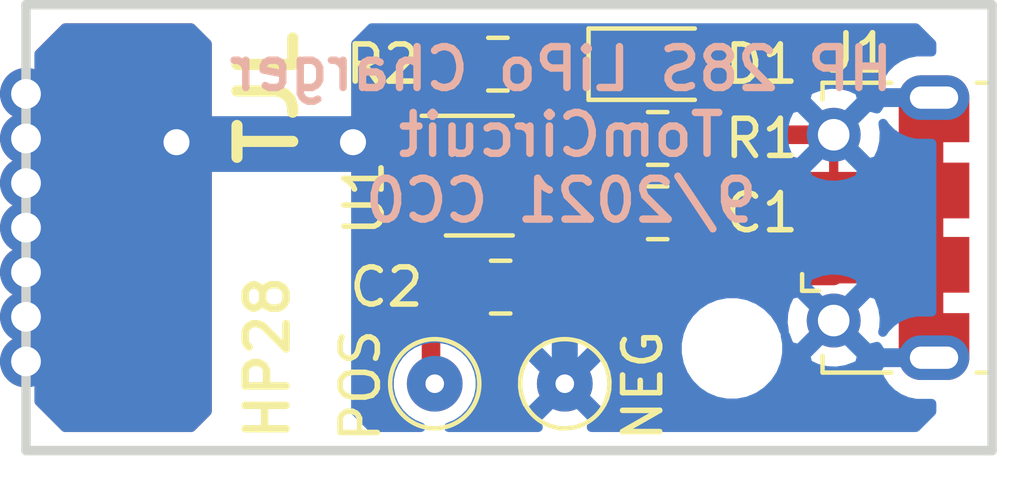
<source format=kicad_pcb>
(kicad_pcb (version 20171130) (host pcbnew "(5.1.9)-1")

  (general
    (thickness 1.6)
    (drawings 12)
    (tracks 54)
    (zones 0)
    (modules 11)
    (nets 8)
  )

  (page A4)
  (title_block
    (title "TI-58/59 LiPo Battery Pack")
    (date 2020-12-27)
    (rev 1)
    (company tomcircuit@gmail.com)
    (comment 1 "CC PD")
  )

  (layers
    (0 F.Cu signal)
    (31 B.Cu signal)
    (32 B.Adhes user hide)
    (33 F.Adhes user hide)
    (34 B.Paste user hide)
    (35 F.Paste user hide)
    (36 B.SilkS user hide)
    (37 F.SilkS user)
    (38 B.Mask user hide)
    (39 F.Mask user hide)
    (40 Dwgs.User user)
    (41 Cmts.User user hide)
    (42 Eco1.User user hide)
    (43 Eco2.User user hide)
    (44 Edge.Cuts user)
    (45 Margin user)
    (46 B.CrtYd user hide)
    (47 F.CrtYd user hide)
    (48 B.Fab user hide)
    (49 F.Fab user hide)
  )

  (setup
    (last_trace_width 0.35)
    (user_trace_width 0.35)
    (user_trace_width 0.5)
    (user_trace_width 0.7)
    (user_trace_width 1)
    (user_trace_width 1.25)
    (user_trace_width 1.5)
    (user_trace_width 2)
    (trace_clearance 0.2)
    (zone_clearance 0.1)
    (zone_45_only no)
    (trace_min 0.2)
    (via_size 0.8)
    (via_drill 0.4)
    (via_min_size 0.55)
    (via_min_drill 0.3)
    (user_via 1 0.5)
    (user_via 1.4 0.7)
    (user_via 2 1)
    (uvia_size 0.55)
    (uvia_drill 0.3)
    (uvias_allowed no)
    (uvia_min_size 0.55)
    (uvia_min_drill 0.3)
    (edge_width 0.05)
    (segment_width 0.2)
    (pcb_text_width 0.3)
    (pcb_text_size 1.5 1.5)
    (mod_edge_width 0.12)
    (mod_text_size 1 1)
    (mod_text_width 0.15)
    (pad_size 1.5 1.5)
    (pad_drill 0.5)
    (pad_to_mask_clearance 0.05)
    (aux_axis_origin 0 0)
    (grid_origin 150 78)
    (visible_elements 7FFFFFFF)
    (pcbplotparams
      (layerselection 0x010fc_ffffffff)
      (usegerberextensions false)
      (usegerberattributes true)
      (usegerberadvancedattributes true)
      (creategerberjobfile true)
      (excludeedgelayer true)
      (linewidth 0.100000)
      (plotframeref false)
      (viasonmask false)
      (mode 1)
      (useauxorigin false)
      (hpglpennumber 1)
      (hpglpenspeed 20)
      (hpglpendiameter 15.000000)
      (psnegative false)
      (psa4output false)
      (plotreference true)
      (plotvalue true)
      (plotinvisibletext false)
      (padsonsilk false)
      (subtractmaskfromsilk false)
      (outputformat 1)
      (mirror false)
      (drillshape 1)
      (scaleselection 1)
      (outputdirectory ""))
  )

  (net 0 "")
  (net 1 GND)
  (net 2 "Net-(D1-Pad1)")
  (net 3 "Net-(J1-Pad2)")
  (net 4 "Net-(R1-Pad1)")
  (net 5 "Net-(R2-Pad1)")
  (net 6 /VUSB)
  (net 7 /POS)

  (net_class Default "This is the default net class."
    (clearance 0.2)
    (trace_width 0.25)
    (via_dia 0.8)
    (via_drill 0.4)
    (uvia_dia 0.55)
    (uvia_drill 0.3)
    (add_net /POS)
    (add_net /VUSB)
    (add_net GND)
    (add_net "Net-(D1-Pad1)")
    (add_net "Net-(J1-Pad2)")
    (add_net "Net-(R1-Pad1)")
    (add_net "Net-(R2-Pad1)")
  )

  (module TestPoint:TestPoint_THTPad_D2.0mm_Drill1.0mm (layer F.Cu) (tedit 6154B370) (tstamp 61552E39)
    (at 148 82.2)
    (descr "THT pad as test Point, diameter 2.0mm, hole diameter 1.0mm")
    (tags "test point THT pad")
    (path /61555C90)
    (attr virtual)
    (fp_text reference TP2 (at -2.6 0.8) (layer F.SilkS) hide
      (effects (font (size 1 1) (thickness 0.15)))
    )
    (fp_text value POS (at 0 1.75) (layer F.Fab)
      (effects (font (size 1 1) (thickness 0.15)))
    )
    (fp_text user %R (at 0 -1.65) (layer F.Fab)
      (effects (font (size 1 1) (thickness 0.15)))
    )
    (fp_circle (center 0 0) (end 1.5 0) (layer F.CrtYd) (width 0.05))
    (fp_circle (center 0 0) (end 0 1.2) (layer F.SilkS) (width 0.12))
    (fp_text user POS (at -2 0.05 90) (layer F.SilkS)
      (effects (font (size 1 1) (thickness 0.15)))
    )
    (pad 1 thru_hole circle (at 0 0) (size 1.5 1.5) (drill 0.5) (layers *.Cu *.Mask)
      (net 7 /POS))
  )

  (module Resistor_SMD:R_0805_2012Metric_Pad1.15x1.40mm_HandSolder (layer F.Cu) (tedit 5B36C52B) (tstamp 6154F5CB)
    (at 149.7 73.6)
    (descr "Resistor SMD 0805 (2012 Metric), square (rectangular) end terminal, IPC_7351 nominal with elongated pad for handsoldering. (Body size source: https://docs.google.com/spreadsheets/d/1BsfQQcO9C6DZCsRaXUlFlo91Tg2WpOkGARC1WS5S8t0/edit?usp=sharing), generated with kicad-footprint-generator")
    (tags "resistor handsolder")
    (path /5FA33B5B)
    (attr smd)
    (fp_text reference R2 (at -3.1 0) (layer F.SilkS)
      (effects (font (size 1 1) (thickness 0.15)))
    )
    (fp_text value 470 (at 0 1.65 180) (layer F.Fab)
      (effects (font (size 0.8 0.8) (thickness 0.1)))
    )
    (fp_line (start 1.85 0.95) (end -1.85 0.95) (layer F.CrtYd) (width 0.05))
    (fp_line (start 1.85 -0.95) (end 1.85 0.95) (layer F.CrtYd) (width 0.05))
    (fp_line (start -1.85 -0.95) (end 1.85 -0.95) (layer F.CrtYd) (width 0.05))
    (fp_line (start -1.85 0.95) (end -1.85 -0.95) (layer F.CrtYd) (width 0.05))
    (fp_line (start -0.261252 0.71) (end 0.261252 0.71) (layer F.SilkS) (width 0.12))
    (fp_line (start -0.261252 -0.71) (end 0.261252 -0.71) (layer F.SilkS) (width 0.12))
    (fp_line (start 1 0.6) (end -1 0.6) (layer F.Fab) (width 0.1))
    (fp_line (start 1 -0.6) (end 1 0.6) (layer F.Fab) (width 0.1))
    (fp_line (start -1 -0.6) (end 1 -0.6) (layer F.Fab) (width 0.1))
    (fp_line (start -1 0.6) (end -1 -0.6) (layer F.Fab) (width 0.1))
    (fp_text user %R (at 0 0 180) (layer F.Fab)
      (effects (font (size 0.8 0.8) (thickness 0.1)))
    )
    (pad 2 smd roundrect (at 1.025 0) (size 1.15 1.4) (layers F.Cu F.Paste F.Mask) (roundrect_rratio 0.217391)
      (net 2 "Net-(D1-Pad1)"))
    (pad 1 smd roundrect (at -1.025 0) (size 1.15 1.4) (layers F.Cu F.Paste F.Mask) (roundrect_rratio 0.217391)
      (net 5 "Net-(R2-Pad1)"))
    (model ${KISYS3DMOD}/Resistor_SMD.3dshapes/R_0805_2012Metric.wrl
      (at (xyz 0 0 0))
      (scale (xyz 1 1 1))
      (rotate (xyz 0 0 0))
    )
  )

  (module Connector_USB:USB_Micro-B_Molex-105017-0001 (layer F.Cu) (tedit 5FCA4985) (tstamp 5FE16B3C)
    (at 160.2 78 90)
    (descr http://www.molex.com/pdm_docs/sd/1050170001_sd.pdf)
    (tags "Micro-USB SMD Typ-B")
    (path /5FA30285)
    (attr smd)
    (fp_text reference J1 (at 4.7 -0.8 180) (layer F.SilkS)
      (effects (font (size 1 1) (thickness 0.15)))
    )
    (fp_text value USB_B_Micro (at 0.25 4.5 270) (layer F.Fab)
      (effects (font (size 0.8 0.8) (thickness 0.1)))
    )
    (fp_line (start -4.4 3.64) (end 4.4 3.64) (layer F.CrtYd) (width 0.05))
    (fp_line (start 4.4 -2.46) (end 4.4 3.64) (layer F.CrtYd) (width 0.05))
    (fp_line (start -4.4 -2.46) (end 4.4 -2.46) (layer F.CrtYd) (width 0.05))
    (fp_line (start -4.4 3.64) (end -4.4 -2.46) (layer F.CrtYd) (width 0.05))
    (fp_line (start -3.9 -1.7625) (end -3.45 -1.7625) (layer F.SilkS) (width 0.12))
    (fp_line (start -3.9 0.0875) (end -3.9 -1.7625) (layer F.SilkS) (width 0.12))
    (fp_line (start 3.9 2.6375) (end 3.9 2.3875) (layer F.SilkS) (width 0.12))
    (fp_line (start 3.75 3.3875) (end 3.75 -1.6125) (layer F.Fab) (width 0.1))
    (fp_line (start -3 2.689204) (end 3 2.689204) (layer F.Fab) (width 0.1))
    (fp_line (start -3.75 3.389204) (end 3.75 3.389204) (layer F.Fab) (width 0.1))
    (fp_line (start -3.75 -1.6125) (end 3.75 -1.6125) (layer F.Fab) (width 0.1))
    (fp_line (start -3.75 3.3875) (end -3.75 -1.6125) (layer F.Fab) (width 0.1))
    (fp_line (start -3.9 2.6375) (end -3.9 2.3875) (layer F.SilkS) (width 0.12))
    (fp_line (start 3.9 0.0875) (end 3.9 -1.7625) (layer F.SilkS) (width 0.12))
    (fp_line (start 3.9 -1.7625) (end 3.45 -1.7625) (layer F.SilkS) (width 0.12))
    (fp_line (start -1.7 -2.3125) (end -1.25 -2.3125) (layer F.SilkS) (width 0.12))
    (fp_line (start -1.7 -2.3125) (end -1.7 -1.8625) (layer F.SilkS) (width 0.12))
    (fp_line (start -1.3 -1.7125) (end -1.5 -1.9125) (layer F.Fab) (width 0.1))
    (fp_line (start -1.1 -1.9125) (end -1.3 -1.7125) (layer F.Fab) (width 0.1))
    (fp_line (start -1.5 -2.1225) (end -1.1 -2.1225) (layer F.Fab) (width 0.1))
    (fp_line (start -1.5 -2.1225) (end -1.5 -1.9125) (layer F.Fab) (width 0.1))
    (fp_line (start -1.1 -2.1225) (end -1.1 -1.9125) (layer F.Fab) (width 0.1))
    (fp_text user "PCB Edge" (at 0 2.6875 270) (layer F.Fab)
      (effects (font (size 0.5 0.5) (thickness 0.08)))
    )
    (fp_text user %R (at 0 0.8875 270) (layer F.Fab)
      (effects (font (size 0.8 0.8) (thickness 0.1)))
    )
    (pad 6 smd rect (at 1 1.2375 90) (size 1.5 1.9) (layers F.Cu F.Paste F.Mask)
      (net 1 GND))
    (pad 6 thru_hole circle (at -2.5 -1.4625 90) (size 1.45 1.45) (drill 0.85) (layers *.Cu *.Mask)
      (net 1 GND))
    (pad 2 smd rect (at -0.65 -1.4625 90) (size 0.4 1.6) (layers F.Cu F.Paste F.Mask)
      (net 3 "Net-(J1-Pad2)"))
    (pad 1 smd rect (at -1.3 -1.4625 90) (size 0.4 1.6) (layers F.Cu F.Paste F.Mask)
      (net 6 /VUSB))
    (pad 5 smd rect (at 1.3 -1.4625 90) (size 0.4 1.6) (layers F.Cu F.Paste F.Mask)
      (net 1 GND))
    (pad 4 smd rect (at 0.65 -1.4625 90) (size 0.4 1.6) (layers F.Cu F.Paste F.Mask)
      (net 1 GND))
    (pad 3 smd rect (at 0 -1.4625 90) (size 0.4 1.6) (layers F.Cu F.Paste F.Mask)
      (net 3 "Net-(J1-Pad2)"))
    (pad 6 thru_hole circle (at 2.5 -1.4625 90) (size 1.45 1.45) (drill 0.85) (layers *.Cu *.Mask)
      (net 1 GND))
    (pad 6 smd rect (at -1 1.2375 90) (size 1.5 1.9) (layers F.Cu F.Paste F.Mask)
      (net 1 GND))
    (pad 6 thru_hole oval (at -3.5 1.2375 270) (size 1.2 1.9) (drill oval 0.6 1.3) (layers *.Cu *.Mask)
      (net 1 GND))
    (pad 6 thru_hole oval (at 3.5 1.2375 90) (size 1.2 1.9) (drill oval 0.6 1.3) (layers *.Cu *.Mask)
      (net 1 GND))
    (pad 6 smd rect (at 2.9 1.2375 90) (size 1.2 1.9) (layers F.Cu F.Mask)
      (net 1 GND))
    (pad 6 smd rect (at -2.9 1.2375 90) (size 1.2 1.9) (layers F.Cu F.Mask)
      (net 1 GND))
    (model ${KIPRJMOD}/105017-0001_stp/1050170001.stp
      (offset (xyz 0 -1 1.2))
      (scale (xyz 1 1 1))
      (rotate (xyz 90 180 180))
    )
  )

  (module Capacitor_SMD:C_0805_2012Metric_Pad1.15x1.40mm_HandSolder (layer F.Cu) (tedit 5B36C52B) (tstamp 5FE9530C)
    (at 154 77.6)
    (descr "Capacitor SMD 0805 (2012 Metric), square (rectangular) end terminal, IPC_7351 nominal with elongated pad for handsoldering. (Body size source: https://docs.google.com/spreadsheets/d/1BsfQQcO9C6DZCsRaXUlFlo91Tg2WpOkGARC1WS5S8t0/edit?usp=sharing), generated with kicad-footprint-generator")
    (tags "capacitor handsolder")
    (path /5FA386FD)
    (attr smd)
    (fp_text reference C1 (at 2.8 0 180) (layer F.SilkS)
      (effects (font (size 1 1) (thickness 0.15)))
    )
    (fp_text value 4.7uF (at 0.175 1.6 180) (layer F.Fab)
      (effects (font (size 0.8 0.8) (thickness 0.1)))
    )
    (fp_line (start 1.85 0.95) (end -1.85 0.95) (layer F.CrtYd) (width 0.05))
    (fp_line (start 1.85 -0.95) (end 1.85 0.95) (layer F.CrtYd) (width 0.05))
    (fp_line (start -1.85 -0.95) (end 1.85 -0.95) (layer F.CrtYd) (width 0.05))
    (fp_line (start -1.85 0.95) (end -1.85 -0.95) (layer F.CrtYd) (width 0.05))
    (fp_line (start -0.261252 0.71) (end 0.261252 0.71) (layer F.SilkS) (width 0.12))
    (fp_line (start -0.261252 -0.71) (end 0.261252 -0.71) (layer F.SilkS) (width 0.12))
    (fp_line (start 1 0.6) (end -1 0.6) (layer F.Fab) (width 0.1))
    (fp_line (start 1 -0.6) (end 1 0.6) (layer F.Fab) (width 0.1))
    (fp_line (start -1 -0.6) (end 1 -0.6) (layer F.Fab) (width 0.1))
    (fp_line (start -1 0.6) (end -1 -0.6) (layer F.Fab) (width 0.1))
    (fp_text user %R (at 0 0 180) (layer F.Fab)
      (effects (font (size 0.8 0.8) (thickness 0.1)))
    )
    (pad 2 smd roundrect (at 1.025 0) (size 1.15 1.4) (layers F.Cu F.Paste F.Mask) (roundrect_rratio 0.217391)
      (net 1 GND))
    (pad 1 smd roundrect (at -1.025 0) (size 1.15 1.4) (layers F.Cu F.Paste F.Mask) (roundrect_rratio 0.217391)
      (net 6 /VUSB))
    (model ${KISYS3DMOD}/Capacitor_SMD.3dshapes/C_0805_2012Metric.wrl
      (at (xyz 0 0 0))
      (scale (xyz 1 1 1))
      (rotate (xyz 0 0 0))
    )
  )

  (module Capacitor_SMD:C_0805_2012Metric_Pad1.15x1.40mm_HandSolder (layer F.Cu) (tedit 5B36C52B) (tstamp 5FE80DC3)
    (at 149.775 79.6)
    (descr "Capacitor SMD 0805 (2012 Metric), square (rectangular) end terminal, IPC_7351 nominal with elongated pad for handsoldering. (Body size source: https://docs.google.com/spreadsheets/d/1BsfQQcO9C6DZCsRaXUlFlo91Tg2WpOkGARC1WS5S8t0/edit?usp=sharing), generated with kicad-footprint-generator")
    (tags "capacitor handsolder")
    (path /5FB54FB6)
    (attr smd)
    (fp_text reference C2 (at -3.075 0) (layer F.SilkS)
      (effects (font (size 1 1) (thickness 0.15)))
    )
    (fp_text value 4.7uF (at 0.25 -1.55) (layer F.Fab)
      (effects (font (size 0.8 0.8) (thickness 0.1)))
    )
    (fp_line (start -1 0.6) (end -1 -0.6) (layer F.Fab) (width 0.1))
    (fp_line (start -1 -0.6) (end 1 -0.6) (layer F.Fab) (width 0.1))
    (fp_line (start 1 -0.6) (end 1 0.6) (layer F.Fab) (width 0.1))
    (fp_line (start 1 0.6) (end -1 0.6) (layer F.Fab) (width 0.1))
    (fp_line (start -0.261252 -0.71) (end 0.261252 -0.71) (layer F.SilkS) (width 0.12))
    (fp_line (start -0.261252 0.71) (end 0.261252 0.71) (layer F.SilkS) (width 0.12))
    (fp_line (start -1.85 0.95) (end -1.85 -0.95) (layer F.CrtYd) (width 0.05))
    (fp_line (start -1.85 -0.95) (end 1.85 -0.95) (layer F.CrtYd) (width 0.05))
    (fp_line (start 1.85 -0.95) (end 1.85 0.95) (layer F.CrtYd) (width 0.05))
    (fp_line (start 1.85 0.95) (end -1.85 0.95) (layer F.CrtYd) (width 0.05))
    (fp_text user %R (at 0 0) (layer F.Fab)
      (effects (font (size 0.8 0.8) (thickness 0.1)))
    )
    (pad 1 smd roundrect (at -1.025 0) (size 1.15 1.4) (layers F.Cu F.Paste F.Mask) (roundrect_rratio 0.217391)
      (net 7 /POS))
    (pad 2 smd roundrect (at 1.025 0) (size 1.15 1.4) (layers F.Cu F.Paste F.Mask) (roundrect_rratio 0.217391)
      (net 1 GND))
    (model ${KISYS3DMOD}/Capacitor_SMD.3dshapes/C_0805_2012Metric.wrl
      (at (xyz 0 0 0))
      (scale (xyz 1 1 1))
      (rotate (xyz 0 0 0))
    )
  )

  (module Resistor_SMD:R_0805_2012Metric_Pad1.15x1.40mm_HandSolder (layer F.Cu) (tedit 5B36C52B) (tstamp 615518ED)
    (at 154 75.6)
    (descr "Resistor SMD 0805 (2012 Metric), square (rectangular) end terminal, IPC_7351 nominal with elongated pad for handsoldering. (Body size source: https://docs.google.com/spreadsheets/d/1BsfQQcO9C6DZCsRaXUlFlo91Tg2WpOkGARC1WS5S8t0/edit?usp=sharing), generated with kicad-footprint-generator")
    (tags "resistor handsolder")
    (path /5FA320F0)
    (attr smd)
    (fp_text reference R1 (at 2.8 0 180) (layer F.SilkS)
      (effects (font (size 1 1) (thickness 0.15)))
    )
    (fp_text value 4.7K (at 0 -1.7 180) (layer F.Fab)
      (effects (font (size 0.8 0.8) (thickness 0.1)))
    )
    (fp_line (start -1 0.6) (end -1 -0.6) (layer F.Fab) (width 0.1))
    (fp_line (start -1 -0.6) (end 1 -0.6) (layer F.Fab) (width 0.1))
    (fp_line (start 1 -0.6) (end 1 0.6) (layer F.Fab) (width 0.1))
    (fp_line (start 1 0.6) (end -1 0.6) (layer F.Fab) (width 0.1))
    (fp_line (start -0.261252 -0.71) (end 0.261252 -0.71) (layer F.SilkS) (width 0.12))
    (fp_line (start -0.261252 0.71) (end 0.261252 0.71) (layer F.SilkS) (width 0.12))
    (fp_line (start -1.85 0.95) (end -1.85 -0.95) (layer F.CrtYd) (width 0.05))
    (fp_line (start -1.85 -0.95) (end 1.85 -0.95) (layer F.CrtYd) (width 0.05))
    (fp_line (start 1.85 -0.95) (end 1.85 0.95) (layer F.CrtYd) (width 0.05))
    (fp_line (start 1.85 0.95) (end -1.85 0.95) (layer F.CrtYd) (width 0.05))
    (fp_text user %R (at 0 0 180) (layer F.Fab)
      (effects (font (size 0.8 0.8) (thickness 0.1)))
    )
    (pad 1 smd roundrect (at -1.025 0) (size 1.15 1.4) (layers F.Cu F.Paste F.Mask) (roundrect_rratio 0.217391)
      (net 4 "Net-(R1-Pad1)"))
    (pad 2 smd roundrect (at 1.025 0) (size 1.15 1.4) (layers F.Cu F.Paste F.Mask) (roundrect_rratio 0.217391)
      (net 1 GND))
    (model ${KISYS3DMOD}/Resistor_SMD.3dshapes/R_0805_2012Metric.wrl
      (at (xyz 0 0 0))
      (scale (xyz 1 1 1))
      (rotate (xyz 0 0 0))
    )
  )

  (module Package_TO_SOT_SMD:SOT-23-5_HandSoldering (layer F.Cu) (tedit 5A0AB76C) (tstamp 61551B95)
    (at 149.2 76.6)
    (descr "5-pin SOT23 package")
    (tags "SOT-23-5 hand-soldering")
    (path /5FA2FB74)
    (attr smd)
    (fp_text reference U1 (at -3.1 0.6 90) (layer F.SilkS)
      (effects (font (size 1 1) (thickness 0.15)))
    )
    (fp_text value MCP73831-2-OT (at -0.2 -8.5 270) (layer F.Fab)
      (effects (font (size 0.8 0.8) (thickness 0.1)))
    )
    (fp_line (start -0.9 1.61) (end 0.9 1.61) (layer F.SilkS) (width 0.12))
    (fp_line (start 0.9 -1.61) (end -1.55 -1.61) (layer F.SilkS) (width 0.12))
    (fp_line (start -0.9 -0.9) (end -0.25 -1.55) (layer F.Fab) (width 0.1))
    (fp_line (start 0.9 -1.55) (end -0.25 -1.55) (layer F.Fab) (width 0.1))
    (fp_line (start -0.9 -0.9) (end -0.9 1.55) (layer F.Fab) (width 0.1))
    (fp_line (start 0.9 1.55) (end -0.9 1.55) (layer F.Fab) (width 0.1))
    (fp_line (start 0.9 -1.55) (end 0.9 1.55) (layer F.Fab) (width 0.1))
    (fp_line (start -2.38 -1.8) (end 2.38 -1.8) (layer F.CrtYd) (width 0.05))
    (fp_line (start -2.38 -1.8) (end -2.38 1.8) (layer F.CrtYd) (width 0.05))
    (fp_line (start 2.38 1.8) (end 2.38 -1.8) (layer F.CrtYd) (width 0.05))
    (fp_line (start 2.38 1.8) (end -2.38 1.8) (layer F.CrtYd) (width 0.05))
    (fp_text user %R (at 0 0 270) (layer F.Fab)
      (effects (font (size 0.8 0.8) (thickness 0.1)))
    )
    (pad 1 smd rect (at -1.35 -0.95) (size 1.56 0.65) (layers F.Cu F.Paste F.Mask)
      (net 5 "Net-(R2-Pad1)"))
    (pad 2 smd rect (at -1.35 0) (size 1.56 0.65) (layers F.Cu F.Paste F.Mask)
      (net 1 GND))
    (pad 3 smd rect (at -1.35 0.95) (size 1.56 0.65) (layers F.Cu F.Paste F.Mask)
      (net 7 /POS))
    (pad 4 smd rect (at 1.35 0.95) (size 1.56 0.65) (layers F.Cu F.Paste F.Mask)
      (net 6 /VUSB))
    (pad 5 smd rect (at 1.35 -0.95) (size 1.56 0.65) (layers F.Cu F.Paste F.Mask)
      (net 4 "Net-(R1-Pad1)"))
    (model ${KISYS3DMOD}/Package_TO_SOT_SMD.3dshapes/SOT-23-5.wrl
      (at (xyz 0 0 0))
      (scale (xyz 1 1 1))
      (rotate (xyz 0 0 0))
    )
  )

  (module LED_SMD:LED_0805_2012Metric_Pad1.15x1.40mm_HandSolder (layer F.Cu) (tedit 5F68FEF1) (tstamp 61552E20)
    (at 154 73.6)
    (descr "LED SMD 0805 (2012 Metric), square (rectangular) end terminal, IPC_7351 nominal, (Body size source: https://docs.google.com/spreadsheets/d/1BsfQQcO9C6DZCsRaXUlFlo91Tg2WpOkGARC1WS5S8t0/edit?usp=sharing), generated with kicad-footprint-generator")
    (tags "LED handsolder")
    (path /5FA329BC)
    (attr smd)
    (fp_text reference D1 (at 2.8 0) (layer F.SilkS)
      (effects (font (size 1 1) (thickness 0.15)))
    )
    (fp_text value LED (at 0 1.65) (layer F.Fab)
      (effects (font (size 1 1) (thickness 0.15)))
    )
    (fp_line (start 1.85 0.95) (end -1.85 0.95) (layer F.CrtYd) (width 0.05))
    (fp_line (start 1.85 -0.95) (end 1.85 0.95) (layer F.CrtYd) (width 0.05))
    (fp_line (start -1.85 -0.95) (end 1.85 -0.95) (layer F.CrtYd) (width 0.05))
    (fp_line (start -1.85 0.95) (end -1.85 -0.95) (layer F.CrtYd) (width 0.05))
    (fp_line (start -1.86 0.96) (end 1 0.96) (layer F.SilkS) (width 0.12))
    (fp_line (start -1.86 -0.96) (end -1.86 0.96) (layer F.SilkS) (width 0.12))
    (fp_line (start 1 -0.96) (end -1.86 -0.96) (layer F.SilkS) (width 0.12))
    (fp_line (start 1 0.6) (end 1 -0.6) (layer F.Fab) (width 0.1))
    (fp_line (start -1 0.6) (end 1 0.6) (layer F.Fab) (width 0.1))
    (fp_line (start -1 -0.3) (end -1 0.6) (layer F.Fab) (width 0.1))
    (fp_line (start -0.7 -0.6) (end -1 -0.3) (layer F.Fab) (width 0.1))
    (fp_line (start 1 -0.6) (end -0.7 -0.6) (layer F.Fab) (width 0.1))
    (fp_text user %R (at 0 0) (layer F.Fab)
      (effects (font (size 0.5 0.5) (thickness 0.08)))
    )
    (pad 1 smd roundrect (at -1.025 0) (size 1.15 1.4) (layers F.Cu F.Paste F.Mask) (roundrect_rratio 0.217391)
      (net 2 "Net-(D1-Pad1)"))
    (pad 2 smd roundrect (at 1.025 0) (size 1.15 1.4) (layers F.Cu F.Paste F.Mask) (roundrect_rratio 0.217391)
      (net 6 /VUSB))
    (model ${KISYS3DMOD}/LED_SMD.3dshapes/LED_0805_2012Metric.wrl
      (at (xyz 0 0 0))
      (scale (xyz 1 1 1))
      (rotate (xyz 0 0 0))
    )
  )

  (module MountingHole:MountingHole_2mm (layer F.Cu) (tedit 5B924920) (tstamp 61554735)
    (at 144 78)
    (descr "Mounting Hole 2mm, no annular")
    (tags "mounting hole 2mm no annular")
    (path /615566D4)
    (attr virtual)
    (fp_text reference H1 (at 0 0) (layer F.SilkS) hide
      (effects (font (size 1 1) (thickness 0.15)))
    )
    (fp_text value MountingHole (at 0 3.1) (layer F.Fab)
      (effects (font (size 1 1) (thickness 0.15)))
    )
    (fp_circle (center 0 0) (end 2.25 0) (layer F.CrtYd) (width 0.05))
    (fp_circle (center 0 0) (end 2 0) (layer Cmts.User) (width 0.15))
    (fp_text user %R (at 0.3 0) (layer F.Fab)
      (effects (font (size 1 1) (thickness 0.15)))
    )
    (pad "" np_thru_hole circle (at 0 0) (size 2 2) (drill 2) (layers *.Cu *.Mask))
  )

  (module MountingHole:MountingHole_2mm (layer F.Cu) (tedit 5B924920) (tstamp 61555428)
    (at 156 81.25)
    (descr "Mounting Hole 2mm, no annular")
    (tags "mounting hole 2mm no annular")
    (path /615571E5)
    (attr virtual)
    (fp_text reference H2 (at 0 0.1) (layer F.SilkS) hide
      (effects (font (size 1 1) (thickness 0.15)))
    )
    (fp_text value MountingHole (at 0 3.1) (layer F.Fab)
      (effects (font (size 1 1) (thickness 0.15)))
    )
    (fp_text user %R (at 0.3 0) (layer F.Fab)
      (effects (font (size 1 1) (thickness 0.15)))
    )
    (fp_circle (center 0 0) (end 2 0) (layer Cmts.User) (width 0.15))
    (fp_circle (center 0 0) (end 2.25 0) (layer F.CrtYd) (width 0.05))
    (pad "" np_thru_hole circle (at 0 0) (size 2 2) (drill 2) (layers *.Cu *.Mask))
  )

  (module TestPoint:TestPoint_THTPad_D2.0mm_Drill1.0mm (layer F.Cu) (tedit 6154B35C) (tstamp 61555072)
    (at 151.5 82.2 180)
    (descr "THT pad as test Point, diameter 2.0mm, hole diameter 1.0mm")
    (tags "test point THT pad")
    (path /5FA6481C)
    (attr virtual)
    (fp_text reference TP1 (at -2.9 -0.9) (layer F.SilkS) hide
      (effects (font (size 1 1) (thickness 0.15)))
    )
    (fp_text value GND (at 0 2.05) (layer F.Fab)
      (effects (font (size 1 1) (thickness 0.15)))
    )
    (fp_circle (center 0 0) (end 0 1.2) (layer F.SilkS) (width 0.12))
    (fp_circle (center 0 0) (end 1.5 0) (layer F.CrtYd) (width 0.05))
    (fp_text user %R (at 0 -2) (layer F.Fab)
      (effects (font (size 1 1) (thickness 0.15)))
    )
    (fp_text user NEG (at -2.1 -0.05 270) (layer F.SilkS)
      (effects (font (size 1 1) (thickness 0.15)))
    )
    (pad 1 thru_hole circle (at 0 0 180) (size 1.5 1.5) (drill 0.5) (layers *.Cu *.Mask)
      (net 1 GND))
  )

  (gr_text TJL (at 143.5 74.5 90) (layer F.SilkS)
    (effects (font (size 1.5 1.5) (thickness 0.3)))
  )
  (gr_text HP28 (at 143.5 81.5 90) (layer F.SilkS)
    (effects (font (size 1.1 1.1) (thickness 0.2)))
  )
  (gr_line (start 137 72) (end 137 84) (layer Edge.Cuts) (width 0.254))
  (gr_line (start 163 72) (end 137 72) (layer Edge.Cuts) (width 0.254))
  (gr_line (start 163 84) (end 163 72) (layer Edge.Cuts) (width 0.254))
  (gr_line (start 137 84) (end 163 84) (layer Edge.Cuts) (width 0.254))
  (gr_poly (pts (xy 141.997338 72) (xy 142.002662 84) (xy 137.1 84) (xy 137.094676 72)) (layer F.Mask) (width 0.1) (tstamp 5FCA7456))
  (gr_line (start 183.147803 77.455545) (end 118.147803 77.455545) (layer Eco1.User) (width 0.15))
  (gr_line (start 119.304496 86.072378) (end 180.554496 86.072378) (layer Eco1.User) (width 0.15) (tstamp 5FCA4F15))
  (gr_line (start 119.144756 69.036614) (end 180.394756 69.036614) (layer Eco1.User) (width 0.15) (tstamp 5FCA4FE4))
  (gr_poly (pts (xy 141.95 72) (xy 142.05 84) (xy 137.1 84.000001) (xy 137 72.000001)) (layer B.Mask) (width 0.1) (tstamp 61554659))
  (gr_text "HP 28S LiPo Charger\nTomCircuit\n9/2021 CC0" (at 151.4 75.5) (layer B.SilkS) (tstamp 615550AC)
    (effects (font (size 1.1 1.1) (thickness 0.2)) (justify mirror))
  )

  (via (at 137 78) (size 1.4) (drill 0.8) (layers F.Cu B.Cu) (net 1))
  (via (at 137 76.8) (size 1.4) (drill 0.8) (layers F.Cu B.Cu) (net 1))
  (via (at 137 79.2) (size 1.4) (drill 0.8) (layers F.Cu B.Cu) (net 1))
  (via (at 137 75.6) (size 1.4) (drill 0.8) (layers F.Cu B.Cu) (net 1))
  (via (at 137 80.4) (size 1.4) (drill 0.8) (layers F.Cu B.Cu) (net 1))
  (via (at 137 74.4) (size 1.4) (drill 0.8) (layers F.Cu B.Cu) (net 1))
  (via (at 137 81.6) (size 1.4) (drill 0.8) (layers F.Cu B.Cu) (net 1))
  (segment (start 155.025 77.6) (end 155.025 75.6) (width 0.5) (layer F.Cu) (net 1))
  (segment (start 155.125 75.5) (end 155.025 75.6) (width 0.5) (layer F.Cu) (net 1))
  (segment (start 158.7375 75.5) (end 155.125 75.5) (width 0.5) (layer F.Cu) (net 1))
  (segment (start 161.4375 77) (end 161.4375 74.5) (width 0.5) (layer F.Cu) (net 1))
  (segment (start 161.4375 79) (end 161.4375 80.9) (width 0.5) (layer F.Cu) (net 1))
  (segment (start 161.4375 77) (end 161.4375 79) (width 0.5) (layer F.Cu) (net 1))
  (segment (start 158.7375 76.7) (end 158.7375 75.5) (width 0.25) (layer F.Cu) (net 1))
  (segment (start 158.7375 77.35) (end 158.7375 76.7) (width 0.25) (layer F.Cu) (net 1))
  (via (at 145.8 75.7) (size 1.4) (drill 0.7) (layers F.Cu B.Cu) (net 1))
  (segment (start 146.7 76.6) (end 145.8 75.7) (width 0.5) (layer F.Cu) (net 1))
  (segment (start 147.85 76.6) (end 146.7 76.6) (width 0.5) (layer F.Cu) (net 1))
  (segment (start 151.5 80.3) (end 151.5 82.2) (width 0.5) (layer F.Cu) (net 1))
  (segment (start 150.8 79.6) (end 151.5 80.3) (width 0.5) (layer F.Cu) (net 1))
  (segment (start 139.5 82.2) (end 137.8 82.2) (width 0.35) (layer F.Cu) (net 1))
  (segment (start 137.8 82.2) (end 137.8 75.2) (width 0.7) (layer F.Cu) (net 1))
  (segment (start 137.8 75.2) (end 137.8 74.5) (width 0.7) (layer F.Cu) (net 1))
  (segment (start 138.3 75.7) (end 137.8 75.2) (width 0.7) (layer F.Cu) (net 1))
  (segment (start 137.77701 75.7) (end 137.67701 75.6) (width 0.7) (layer B.Cu) (net 1))
  (segment (start 145.8 75.7) (end 151.45 75.7) (width 0.7) (layer B.Cu) (net 1))
  (segment (start 151.5 75.75) (end 151.5 82.2) (width 0.7) (layer B.Cu) (net 1))
  (segment (start 151.45 75.7) (end 151.5 75.75) (width 0.7) (layer B.Cu) (net 1))
  (segment (start 141.3 75.7) (end 141.3 75.2) (width 1) (layer B.Cu) (net 1))
  (segment (start 141.3 75.7) (end 141.05 75.7) (width 1) (layer B.Cu) (net 1))
  (segment (start 141.05 75.7) (end 137.77701 75.7) (width 1) (layer B.Cu) (net 1) (tstamp 6155573D))
  (via (at 141.05 75.7) (size 1.4) (drill 0.7) (layers F.Cu B.Cu) (net 1))
  (segment (start 150.725 73.6) (end 152.975 73.6) (width 0.5) (layer F.Cu) (net 2))
  (segment (start 158.7375 78) (end 158.7375 78.65) (width 0.25) (layer F.Cu) (net 3))
  (segment (start 150.6 75.6) (end 150.55 75.65) (width 0.5) (layer F.Cu) (net 4))
  (segment (start 152.975 75.6) (end 150.6 75.6) (width 0.5) (layer F.Cu) (net 4))
  (segment (start 147.85 74.425) (end 148.675 73.6) (width 0.5) (layer F.Cu) (net 5))
  (segment (start 147.85 75.65) (end 147.85 74.425) (width 0.5) (layer F.Cu) (net 5))
  (segment (start 152.925 77.55) (end 152.975 77.6) (width 0.5) (layer F.Cu) (net 6))
  (segment (start 150.55 77.55) (end 152.925 77.55) (width 0.5) (layer F.Cu) (net 6))
  (segment (start 152.975 77.6) (end 153.7 77.6) (width 0.25) (layer F.Cu) (net 6))
  (segment (start 153.7 77.6) (end 154 77.3) (width 0.25) (layer F.Cu) (net 6))
  (segment (start 154 77.3) (end 154 73.9) (width 0.25) (layer F.Cu) (net 6))
  (segment (start 154 73.9) (end 154.3 73.6) (width 0.25) (layer F.Cu) (net 6))
  (segment (start 154.3 73.6) (end 155.025 73.6) (width 0.25) (layer F.Cu) (net 6))
  (segment (start 152.975 78.575) (end 152.975 77.6) (width 0.5) (layer F.Cu) (net 6))
  (segment (start 153.7 79.3) (end 152.975 78.575) (width 0.5) (layer F.Cu) (net 6))
  (segment (start 158.7375 79.3) (end 153.7 79.3) (width 0.5) (layer F.Cu) (net 6))
  (segment (start 148.75 79.6) (end 148.75 79.55) (width 0.5) (layer F.Cu) (net 7))
  (segment (start 147.85 78.65) (end 147.85 77.55) (width 0.5) (layer F.Cu) (net 7))
  (segment (start 148.75 79.55) (end 147.85 78.65) (width 0.5) (layer F.Cu) (net 7))
  (segment (start 147.9 82.1) (end 148 82.2) (width 0.5) (layer F.Cu) (net 7))
  (segment (start 147.9 80.45) (end 147.9 82.1) (width 0.5) (layer F.Cu) (net 7))
  (segment (start 148.75 79.6) (end 147.9 80.45) (width 0.5) (layer F.Cu) (net 7))

  (zone (net 1) (net_name GND) (layer F.Cu) (tstamp 0) (hatch edge 0.508)
    (connect_pads (clearance 0.1))
    (min_thickness 0.254)
    (fill yes (arc_segments 32) (thermal_gap 0.508) (thermal_bridge_width 0.508))
    (polygon
      (pts
        (xy 142 73) (xy 142 83) (xy 141.5 83.5) (xy 138 83.5) (xy 137 82.5)
        (xy 137 73.5) (xy 138 72.5) (xy 141.5 72.5)
      )
    )
    (filled_polygon
      (pts
        (xy 141.873 73.052606) (xy 141.873 82.947394) (xy 141.447394 83.373) (xy 138.052606 83.373) (xy 137.354 82.674394)
        (xy 137.354 73.325606) (xy 138.052606 72.627) (xy 141.447394 72.627)
      )
    )
  )
  (zone (net 1) (net_name GND) (layer B.Cu) (tstamp 0) (hatch edge 0.508)
    (connect_pads (clearance 0.1))
    (min_thickness 0.254)
    (fill yes (arc_segments 32) (thermal_gap 0.508) (thermal_bridge_width 0.508))
    (polygon
      (pts
        (xy 142 73) (xy 142 83) (xy 141.5 83.5) (xy 138 83.5) (xy 137 82.5)
        (xy 137 73.5) (xy 138 72.5) (xy 141.5 72.5)
      )
    )
    (filled_polygon
      (pts
        (xy 141.873 73.052606) (xy 141.873 82.947394) (xy 141.447394 83.373) (xy 138.052606 83.373) (xy 137.354 82.674394)
        (xy 137.354 73.325606) (xy 138.052606 72.627) (xy 141.447394 72.627)
      )
    )
  )
  (zone (net 1) (net_name GND) (layer B.Cu) (tstamp 0) (hatch edge 0.508)
    (connect_pads (clearance 0.35))
    (min_thickness 0.254)
    (fill yes (arc_segments 32) (thermal_gap 0.508) (thermal_bridge_width 0.508))
    (polygon
      (pts
        (xy 161.5 73) (xy 161.5 83) (xy 161 83.5) (xy 146.25 83.5) (xy 145.75 83)
        (xy 145.75 73) (xy 146.25 72.5) (xy 161 72.5)
      )
    )
    (filled_polygon
      (pts
        (xy 161.373 73.052606) (xy 161.373 73.265) (xy 160.9605 73.265) (xy 160.722004 73.313507) (xy 160.497554 73.40761)
        (xy 160.295775 73.543693) (xy 160.124422 73.716526) (xy 159.990079 73.919467) (xy 159.897909 74.144718) (xy 159.894038 74.182391)
        (xy 160.018769 74.373) (xy 161.3105 74.373) (xy 161.3105 74.353) (xy 161.373 74.353) (xy 161.373 74.647)
        (xy 161.3105 74.647) (xy 161.3105 74.627) (xy 160.018769 74.627) (xy 159.904997 74.800862) (xy 159.676633 74.740472)
        (xy 158.917105 75.5) (xy 159.676633 76.259528) (xy 159.91295 76.197035) (xy 160.02635 75.954322) (xy 160.090219 75.694151)
        (xy 160.102104 75.426518) (xy 160.066885 75.196558) (xy 160.124422 75.283474) (xy 160.295775 75.456307) (xy 160.497554 75.59239)
        (xy 160.722004 75.686493) (xy 160.9605 75.735) (xy 161.373 75.735) (xy 161.373 80.265) (xy 160.9605 80.265)
        (xy 160.722004 80.313507) (xy 160.497554 80.40761) (xy 160.295775 80.543693) (xy 160.124422 80.716526) (xy 160.061329 80.811836)
        (xy 160.090219 80.694151) (xy 160.102104 80.426518) (xy 160.061548 80.161709) (xy 159.970109 79.9099) (xy 159.91295 79.802965)
        (xy 159.676633 79.740472) (xy 158.917105 80.5) (xy 159.676633 81.259528) (xy 159.904997 81.199138) (xy 160.018769 81.373)
        (xy 161.3105 81.373) (xy 161.3105 81.353) (xy 161.373 81.353) (xy 161.373 81.647) (xy 161.3105 81.647)
        (xy 161.3105 81.627) (xy 160.018769 81.627) (xy 159.894038 81.817609) (xy 159.897909 81.855282) (xy 159.990079 82.080533)
        (xy 160.124422 82.283474) (xy 160.295775 82.456307) (xy 160.497554 82.59239) (xy 160.722004 82.686493) (xy 160.9605 82.735)
        (xy 161.373 82.735) (xy 161.373 82.947394) (xy 160.947394 83.373) (xy 152.218134 83.373) (xy 152.277388 83.156993)
        (xy 151.5 82.379605) (xy 150.722612 83.156993) (xy 150.781866 83.373) (xy 148.374433 83.373) (xy 148.581202 83.287353)
        (xy 148.782167 83.153073) (xy 148.953073 82.982167) (xy 149.087353 82.781202) (xy 149.179847 82.557903) (xy 149.227 82.320849)
        (xy 149.227 82.272492) (xy 150.110188 82.272492) (xy 150.151035 82.542238) (xy 150.243723 82.798832) (xy 150.30414 82.911863)
        (xy 150.543007 82.977388) (xy 151.320395 82.2) (xy 151.679605 82.2) (xy 152.456993 82.977388) (xy 152.69586 82.911863)
        (xy 152.81176 82.664884) (xy 152.87725 82.40004) (xy 152.889812 82.127508) (xy 152.848965 81.857762) (xy 152.756277 81.601168)
        (xy 152.69586 81.488137) (xy 152.456993 81.422612) (xy 151.679605 82.2) (xy 151.320395 82.2) (xy 150.543007 81.422612)
        (xy 150.30414 81.488137) (xy 150.18824 81.735116) (xy 150.12275 81.99996) (xy 150.110188 82.272492) (xy 149.227 82.272492)
        (xy 149.227 82.079151) (xy 149.179847 81.842097) (xy 149.087353 81.618798) (xy 148.953073 81.417833) (xy 148.782167 81.246927)
        (xy 148.776301 81.243007) (xy 150.722612 81.243007) (xy 151.5 82.020395) (xy 152.277388 81.243007) (xy 152.239402 81.104528)
        (xy 154.523 81.104528) (xy 154.523 81.395472) (xy 154.57976 81.680825) (xy 154.691099 81.949622) (xy 154.852739 82.191533)
        (xy 155.058467 82.397261) (xy 155.300378 82.558901) (xy 155.569175 82.67024) (xy 155.854528 82.727) (xy 156.145472 82.727)
        (xy 156.430825 82.67024) (xy 156.699622 82.558901) (xy 156.941533 82.397261) (xy 157.147261 82.191533) (xy 157.308901 81.949622)
        (xy 157.42024 81.680825) (xy 157.468315 81.439133) (xy 157.977972 81.439133) (xy 158.040465 81.67545) (xy 158.283178 81.78885)
        (xy 158.543349 81.852719) (xy 158.810982 81.864604) (xy 159.075791 81.824048) (xy 159.3276 81.732609) (xy 159.434535 81.67545)
        (xy 159.497028 81.439133) (xy 158.7375 80.679605) (xy 157.977972 81.439133) (xy 157.468315 81.439133) (xy 157.477 81.395472)
        (xy 157.477 81.104528) (xy 157.43687 80.902781) (xy 157.504891 81.0901) (xy 157.56205 81.197035) (xy 157.798367 81.259528)
        (xy 158.557895 80.5) (xy 157.798367 79.740472) (xy 157.56205 79.802965) (xy 157.44865 80.045678) (xy 157.384781 80.305849)
        (xy 157.372896 80.573482) (xy 157.404825 80.781959) (xy 157.308901 80.550378) (xy 157.147261 80.308467) (xy 156.941533 80.102739)
        (xy 156.699622 79.941099) (xy 156.430825 79.82976) (xy 156.145472 79.773) (xy 155.854528 79.773) (xy 155.569175 79.82976)
        (xy 155.300378 79.941099) (xy 155.058467 80.102739) (xy 154.852739 80.308467) (xy 154.691099 80.550378) (xy 154.57976 80.819175)
        (xy 154.523 81.104528) (xy 152.239402 81.104528) (xy 152.211863 81.00414) (xy 151.964884 80.88824) (xy 151.70004 80.82275)
        (xy 151.427508 80.810188) (xy 151.157762 80.851035) (xy 150.901168 80.943723) (xy 150.788137 81.00414) (xy 150.722612 81.243007)
        (xy 148.776301 81.243007) (xy 148.581202 81.112647) (xy 148.357903 81.020153) (xy 148.120849 80.973) (xy 147.879151 80.973)
        (xy 147.642097 81.020153) (xy 147.418798 81.112647) (xy 147.217833 81.246927) (xy 147.046927 81.417833) (xy 146.912647 81.618798)
        (xy 146.820153 81.842097) (xy 146.773 82.079151) (xy 146.773 82.320849) (xy 146.820153 82.557903) (xy 146.912647 82.781202)
        (xy 147.046927 82.982167) (xy 147.217833 83.153073) (xy 147.418798 83.287353) (xy 147.625567 83.373) (xy 146.302606 83.373)
        (xy 145.877 82.947394) (xy 145.877 79.560867) (xy 157.977972 79.560867) (xy 158.7375 80.320395) (xy 159.497028 79.560867)
        (xy 159.434535 79.32455) (xy 159.191822 79.21115) (xy 158.931651 79.147281) (xy 158.664018 79.135396) (xy 158.399209 79.175952)
        (xy 158.1474 79.267391) (xy 158.040465 79.32455) (xy 157.977972 79.560867) (xy 145.877 79.560867) (xy 145.877 76.439133)
        (xy 157.977972 76.439133) (xy 158.040465 76.67545) (xy 158.283178 76.78885) (xy 158.543349 76.852719) (xy 158.810982 76.864604)
        (xy 159.075791 76.824048) (xy 159.3276 76.732609) (xy 159.434535 76.67545) (xy 159.497028 76.439133) (xy 158.7375 75.679605)
        (xy 157.977972 76.439133) (xy 145.877 76.439133) (xy 145.877 75.573482) (xy 157.372896 75.573482) (xy 157.413452 75.838291)
        (xy 157.504891 76.0901) (xy 157.56205 76.197035) (xy 157.798367 76.259528) (xy 158.557895 75.5) (xy 157.798367 74.740472)
        (xy 157.56205 74.802965) (xy 157.44865 75.045678) (xy 157.384781 75.305849) (xy 157.372896 75.573482) (xy 145.877 75.573482)
        (xy 145.877 74.560867) (xy 157.977972 74.560867) (xy 158.7375 75.320395) (xy 159.497028 74.560867) (xy 159.434535 74.32455)
        (xy 159.191822 74.21115) (xy 158.931651 74.147281) (xy 158.664018 74.135396) (xy 158.399209 74.175952) (xy 158.1474 74.267391)
        (xy 158.040465 74.32455) (xy 157.977972 74.560867) (xy 145.877 74.560867) (xy 145.877 73.052606) (xy 146.302606 72.627)
        (xy 160.947394 72.627)
      )
    )
  )
  (zone (net 1) (net_name GND) (layer B.Cu) (tstamp 0) (hatch edge 0.508)
    (connect_pads (clearance 0.35))
    (min_thickness 0.254)
    (fill yes (arc_segments 32) (thermal_gap 0.508) (thermal_bridge_width 0.508))
    (polygon
      (pts
        (xy 146 76.5) (xy 141.75 76.5) (xy 141.75 75) (xy 146 75)
      )
    )
    (filled_polygon
      (pts
        (xy 145.873 76.373) (xy 141.877 76.373) (xy 141.877 75.127) (xy 145.873 75.127)
      )
    )
  )
)

</source>
